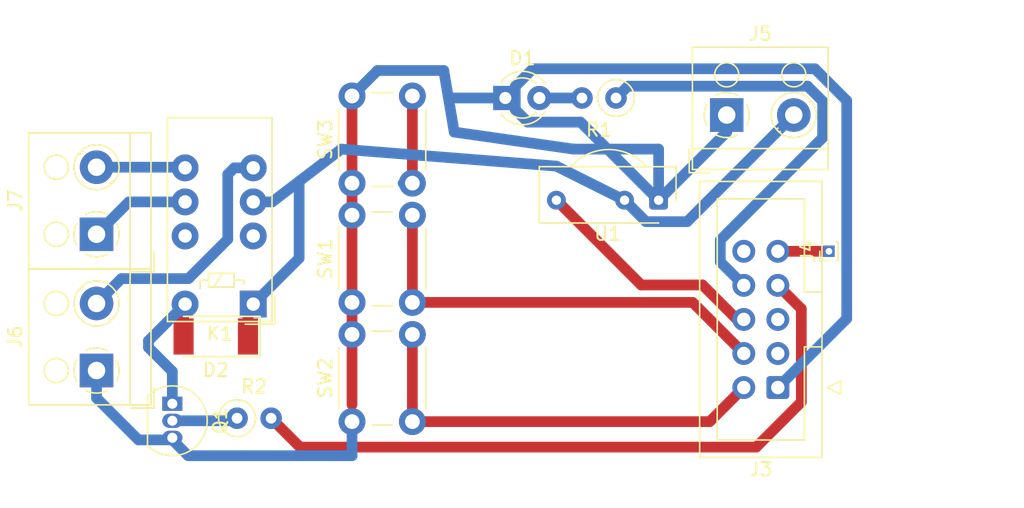
<source format=kicad_pcb>
(kicad_pcb (version 20211014) (generator pcbnew)
  (layers (0 "F.Cu" signal) (31 "B.Cu" signal) (34 "B.Paste" user) (35 "F.Paste" user) (36 "B.SilkS" user "B.Silkscreen") (37 "F.SilkS" user "F.Silkscreen") (38 "B.Mask" user) (39 "F.Mask" user) (44 "Edge.Cuts" user))
  (net 0 "")
  (net 1 "Net-(D1-Pad2)")
  (net 2 "+5V")
  (net 3 "GND")
  (net 4 "Net-(Q1-Pad2)")
  (net 5 "Net-(D2-Pad2)")
  (net 6 "/GPIO22")
  (net 7 "/GPIO27")
  (net 8 "/GPIO18")
  (net 9 "/GPIO15")
  (net 10 "/GPIO9")
  (net 11 "/GPIO23")
  (net 12 "/GPIO17")
  (net 13 "Net-(J6-Pad2)")
  (net 14 "Net-(J7-Pad2)")
  (net 15 "Net-(J7-Pad1)")
  (net 16 "Net-(K1-Pad10)")
  (footprint "Diode_SMD:D_MELF" (layer "F.Cu") (at 115.57 92.71 180)
    (fp_text reference "D2" (at 0 -2.5) (layer "F.SilkS"))
    (fp_text value "1N4004")
    (fp_line (start 2.4 -1.5) (end -3.3 -1.5) (layer "F.SilkS") (width 0.12))
    (fp_line (start -3.3 1.5) (end 2.4 1.5) (layer "F.SilkS") (width 0.12))
    (fp_line (start -3.3 -1.5) (end -3.3 1.5) (layer "F.SilkS") (width 0.12))
    (pad "1" smd rect locked (at -2.4 0 180) (size 1.5 2.7) (layers "F.Cu" "F.Paste" "F.Mask") (net 2 "+5V"))
    (pad "2" smd rect locked (at 2.4 0 180) (size 1.5 2.7) (layers "F.Cu" "F.Paste" "F.Mask") (net 5 "Net-(D2-Pad2)"))
  )
  (footprint "Connector_IDC:IDC-Header_2x05_P2.54mm_Vertical" (layer "F.Cu") (at 157.48 96.52 180)
    (fp_text reference "J3" (at 1.27 -6.1) (layer "F.SilkS"))
    (fp_text value "To_RPI_GPIO")
    (fp_line (start 4.52 -3.91) (end 4.52 14.07) (layer "F.SilkS") (width 0.12))
    (fp_line (start 5.83 15.37) (end -3.29 15.37) (layer "F.SilkS") (width 0.12))
    (fp_line (start -1.98 -3.91) (end 4.52 -3.91) (layer "F.SilkS") (width 0.12))
    (fp_line (start -3.29 15.37) (end -3.29 -5.21) (layer "F.SilkS") (width 0.12))
    (fp_line (start -3.29 -5.21) (end 5.83 -5.21) (layer "F.SilkS") (width 0.12))
    (fp_line (start -4.68 0.5) (end -3.68 0) (layer "F.SilkS") (width 0.12))
    (fp_line (start -3.68 0) (end -4.68 -0.5) (layer "F.SilkS") (width 0.12))
    (fp_line (start 5.83 -5.21) (end 5.83 15.37) (layer "F.SilkS") (width 0.12))
    (fp_line (start -1.98 14.07) (end -1.98 7.13) (layer "F.SilkS") (width 0.12))
    (fp_line (start -1.98 7.13) (end -3.29 7.13) (layer "F.SilkS") (width 0.12))
    (fp_line (start -4.68 -0.5) (end -4.68 0.5) (layer "F.SilkS") (width 0.12))
    (fp_line (start -1.98 7.13) (end -1.98 7.13) (layer "F.SilkS") (width 0.12))
    (fp_line (start -3.29 3.03) (end -1.98 3.03) (layer "F.SilkS") (width 0.12))
    (fp_line (start 4.52 14.07) (end -1.98 14.07) (layer "F.SilkS") (width 0.12))
    (fp_line (start -1.98 3.03) (end -1.98 -3.91) (layer "F.SilkS") (width 0.12))
    (pad "1" thru_hole roundrect locked (at 0 0 180) (size 1.7 1.7) (drill 1) (layers *.Cu *.Mask) (roundrect_rratio 0.147059) (net 3 "GND"))
    (pad "2" thru_hole circle locked (at 2.54 0 180) (size 1.7 1.7) (drill 1) (layers *.Cu *.Mask) (net 9 "/GPIO15"))
    (pad "3" thru_hole circle locked (at 0 2.54 180) (size 1.7 1.7) (drill 1) (layers *.Cu *.Mask) (net 12 "/GPIO17"))
    (pad "4" thru_hole circle locked (at 2.54 2.54 180) (size 1.7 1.7) (drill 1) (layers *.Cu *.Mask) (net 8 "/GPIO18"))
    (pad "5" thru_hole circle locked (at 0 5.08 180) (size 1.7 1.7) (drill 1) (layers *.Cu *.Mask))
    (pad "6" thru_hole circle locked (at 2.54 5.08 180) (size 1.7 1.7) (drill 1) (layers *.Cu *.Mask) (net 7 "/GPIO27"))
    (pad "7" thru_hole circle locked (at 0 7.62 180) (size 1.7 1.7) (drill 1) (layers *.Cu *.Mask) (net 11 "/GPIO23"))
    (pad "8" thru_hole circle locked (at 2.54 7.62 180) (size 1.7 1.7) (drill 1) (layers *.Cu *.Mask) (net 6 "/GPIO22"))
    (pad "9" thru_hole circle locked (at 0 10.16 180) (size 1.7 1.7) (drill 1) (layers *.Cu *.Mask) (net 10 "/GPIO9"))
    (pad "10" thru_hole circle locked (at 2.54 10.16 180) (size 1.7 1.7) (drill 1) (layers *.Cu *.Mask))
  )
  (footprint "TerminalBlock_RND:TerminalBlock_RND_205-00001_1x02_P5.00mm_Horizontal" (layer "F.Cu") (at 106.68 85.09 90)
    (fp_text reference "J7" (at 2.5 -6.06 90) (layer "F.SilkS"))
    (fp_text value "220_IN_OUT")
    (fp_line (start 3.99 1.216) (end 3.931 1.274) (layer "F.SilkS") (width 0.12))
    (fp_line (start -2.8 2.56) (end -2.8 4.3) (layer "F.SilkS") (width 0.12))
    (fp_line (start 3.82 0.976) (end 3.726 1.069) (layer "F.SilkS") (width 0.12))
    (fp_line (start -2.56 4.06) (end 7.56 4.06) (layer "F.SilkS") (width 0.12))
    (fp_line (start 6.07 -1.275) (end 6.011 -1.216) (layer "F.SilkS") (width 0.12))
    (fp_line (start -2.56 -5.06) (end 7.56 -5.06) (layer "F.SilkS") (width 0.12))
    (fp_line (start -2.56 2.5) (end 7.56 2.5) (layer "F.SilkS") (width 0.12))
    (fp_line (start 7.56 -5.06) (end 7.56 4.06) (layer "F.SilkS") (width 0.12))
    (fp_line (start -2.56 -5.06) (end -2.56 4.06) (layer "F.SilkS") (width 0.12))
    (fp_line (start 6.275 -1.069) (end 6.181 -0.976) (layer "F.SilkS") (width 0.12))
    (fp_line (start -2.8 4.3) (end -1.3 4.3) (layer "F.SilkS") (width 0.12))
    (fp_arc (start -1.483953 0.789089) (mid -1.680708 0.00005) (end -1.484 -0.789) (layer "F.SilkS") (width 0.12))
    (fp_arc (start 1.483953 -0.789089) (mid 1.680708 -0.00005) (end 1.484 0.789) (layer "F.SilkS") (width 0.12))
    (fp_arc (start 0.029383 1.68045) (mid -0.392304 1.634281) (end -0.789 1.484) (layer "F.SilkS") (width 0.12))
    (fp_arc (start 0.788712 1.483352) (mid 0.406429 1.630097) (end 0 1.68) (layer "F.SilkS") (width 0.12))
    (fp_arc (start -0.789089 -1.483953) (mid -0.00005 -1.680708) (end 0.789 -1.484) (layer "F.SilkS") (width 0.12))
    (fp_circle (center 5 0) (end 6.68 0) (layer "F.SilkS") (width 0.12) (fill none))
    (fp_circle (center 0 -3) (end 0.9 -3) (layer "F.SilkS") (width 0.12) (fill none))
    (fp_circle (center 5 -3) (end 5.9 -3) (layer "F.SilkS") (width 0.12) (fill none))
    (pad "1" thru_hole rect locked (at 0 0 90) (size 2.5 2.5) (drill 1.3) (layers *.Cu *.Mask) (net 15 "Net-(J7-Pad1)"))
    (pad "2" thru_hole circle locked (at 5 0 90) (size 2.5 2.5) (drill 1.3) (layers *.Cu *.Mask) (net 14 "Net-(J7-Pad2)"))
  )
  (footprint "Relay_THT:Relay_DPDT_Omron_G6S-2" (layer "F.Cu") (at 118.364 90.297 180)
    (fp_text reference "K1" (at 2.5 -2.2) (layer "F.SilkS"))
    (fp_text value "G6S-2")
    (fp_line (start 3.327 1.27) (end 3.327 2.286) (layer "F.SilkS") (width 0.12))
    (fp_line (start -1.6 0.6) (end -1.6 -1.5) (layer "F.SilkS") (width 0.12))
    (fp_line (start 1.422 1.27) (end 1.422 2.286) (layer "F.SilkS") (width 0.12))
    (fp_line (start 6.4 -1.3) (end 6.4 13.9) (layer "F.SilkS") (width 0.12))
    (fp_line (start 3.962 1.143) (end 3.962 1.778) (layer "F.SilkS") (width 0.12))
    (fp_line (start 2.946 1.27) (end 2.311 2.286) (layer "F.SilkS") (width 0.12))
    (fp_line (start 0.7 1.5) (end 0.7 1.778) (layer "F.SilkS") (width 0.12))
    (fp_line (start -1.6 -1.5) (end 0.6 -1.5) (layer "F.SilkS") (width 0.12))
    (fp_line (start -1.4 13.9) (end -1.4 -1.3) (layer "F.SilkS") (width 0.12))
    (fp_line (start 1.422 2.286) (end 3.327 2.286) (layer "F.SilkS") (width 0.12))
    (fp_line (start 3.962 1.778) (end 3.327 1.778) (layer "F.SilkS") (width 0.12))
    (fp_line (start -1.4 -1.3) (end 6.4 -1.3) (layer "F.SilkS") (width 0.12))
    (fp_line (start 3.327 1.27) (end 1.422 1.27) (layer "F.SilkS") (width 0.12))
    (fp_line (start 6.4 13.9) (end -1.4 13.9) (layer "F.SilkS") (width 0.12))
    (fp_line (start 0.7 1.778) (end 1.422 1.778) (layer "F.SilkS") (width 0.12))
    (pad "1" thru_hole rect locked (at 0 0 180) (size 2 2) (drill 1) (layers *.Cu *.Mask) (net 2 "+5V"))
    (pad "3" thru_hole circle locked (at 0 5.08 180) (size 2 2) (drill 1) (layers *.Cu *.Mask))
    (pad "4" thru_hole circle locked (at 0 7.62 90) (size 2 2) (drill 1) (layers *.Cu *.Mask) (net 2 "+5V"))
    (pad "5" thru_hole circle locked (at 0 10.16 180) (size 2 2) (drill 1) (layers *.Cu *.Mask) (net 13 "Net-(J6-Pad2)"))
    (pad "8" thru_hole circle locked (at 5.08 10.16 180) (size 2 2) (drill 1) (layers *.Cu *.Mask) (net 14 "Net-(J7-Pad2)"))
    (pad "9" thru_hole circle locked (at 5.08 7.62 90) (size 2 2) (drill 1) (layers *.Cu *.Mask) (net 15 "Net-(J7-Pad1)"))
    (pad "10" thru_hole circle locked (at 5.08 5.08 180) (size 2 2) (drill 1) (layers *.Cu *.Mask))
    (pad "12" thru_hole circle locked (at 5.08 0 180) (size 2 2) (drill 1) (layers *.Cu *.Mask) (net 5 "Net-(D2-Pad2)"))
  )
  (footprint "Package_TO_SOT_THT:TO-92_Inline" (layer "F.Cu") (at 112.3315 97.7265 -90)
    (fp_text reference "Q1" (at 1.27 -3.56 90) (layer "F.SilkS"))
    (fp_text value "BC547")
    (fp_line (start -0.53 1.85) (end 3.07 1.85) (layer "F.SilkS") (width 0.12))
    (fp_arc (start 1.27 -2.6) (mid 3.672087 -0.994977) (end 3.108478 1.838478) (layer "F.SilkS") (width 0.12))
    (fp_arc (start -0.568478 1.838478) (mid -1.132087 -0.994977) (end 1.27 -2.6) (layer "F.SilkS") (width 0.12))
    (pad "1" thru_hole rect locked (at 0 0 270) (size 1.05 1.5) (drill 0.75) (layers *.Cu *.Mask) (net 5 "Net-(D2-Pad2)"))
    (pad "2" thru_hole oval locked (at 1.27 0 270) (size 1.05 1.5) (drill 0.75) (layers *.Cu *.Mask) (net 4 "Net-(Q1-Pad2)"))
    (pad "3" thru_hole oval locked (at 2.54 0 270) (size 1.05 1.5) (drill 0.75) (layers *.Cu *.Mask) (net 3 "GND"))
  )
  (footprint "Button_Switch_THT:SW_PUSH_6mm" (layer "F.Cu") (at 125.73 90.17 90)
    (fp_text reference "SW1" (at 3.25 -2 90) (layer "F.SilkS"))
    (fp_text value "Volume_UP")
    (fp_line (start 1 5.5) (end 5.5 5.5) (layer "F.SilkS") (width 0.12))
    (fp_line (start 6.75 3) (end 6.75 1.5) (layer "F.SilkS") (width 0.12))
    (fp_line (start -0.25 1.5) (end -0.25 3) (layer "F.SilkS") (width 0.12))
    (fp_line (start 5.5 -1) (end 1 -1) (layer "F.SilkS") (width 0.12))
    (pad "1" thru_hole circle locked (at 0 0 180) (size 2 2) (drill 1.1) (layers *.Cu *.Mask) (net 3 "GND"))
    (pad "1" thru_hole circle locked (at 6.5 0 180) (size 2 2) (drill 1.1) (layers *.Cu *.Mask) (net 3 "GND"))
    (pad "2" thru_hole circle locked (at 6.5 4.5 180) (size 2 2) (drill 1.1) (layers *.Cu *.Mask) (net 8 "/GPIO18"))
    (pad "2" thru_hole circle locked (at 0 4.5 180) (size 2 2) (drill 1.1) (layers *.Cu *.Mask) (net 8 "/GPIO18"))
  )
  (footprint "Button_Switch_THT:SW_PUSH_6mm_H5mm" (layer "F.Cu") (at 125.73 99.06 90)
    (fp_text reference "SW2" (at 3.25 -2 90) (layer "F.SilkS"))
    (fp_text value "Volume_DOWN")
    (fp_line (start 1 5.5) (end 5.5 5.5) (layer "F.SilkS") (width 0.12))
    (fp_line (start 5.5 -1) (end 1 -1) (layer "F.SilkS") (width 0.12))
    (fp_line (start 6.75 3) (end 6.75 1.5) (layer "F.SilkS") (width 0.12))
    (fp_line (start -0.25 1.5) (end -0.25 3) (layer "F.SilkS") (width 0.12))
    (pad "1" thru_hole circle locked (at 0 0 180) (size 2 2) (drill 1.1) (layers *.Cu *.Mask) (net 3 "GND"))
    (pad "1" thru_hole circle locked (at 6.5 0 180) (size 2 2) (drill 1.1) (layers *.Cu *.Mask) (net 3 "GND"))
    (pad "2" thru_hole circle locked (at 6.5 4.5 180) (size 2 2) (drill 1.1) (layers *.Cu *.Mask) (net 9 "/GPIO15"))
    (pad "2" thru_hole circle locked (at 0 4.5 180) (size 2 2) (drill 1.1) (layers *.Cu *.Mask) (net 9 "/GPIO15"))
  )
  (footprint "Button_Switch_THT:SW_PUSH_6mm_H5mm" (layer "F.Cu") (at 125.73 81.28 90)
    (fp_text reference "SW3" (at 3.25 -2 90) (layer "F.SilkS"))
    (fp_text value "Select_output_spk_phn")
    (fp_line (start 1 5.5) (end 5.5 5.5) (layer "F.SilkS") (width 0.12))
    (fp_line (start 6.75 3) (end 6.75 1.5) (layer "F.SilkS") (width 0.12))
    (fp_line (start 5.5 -1) (end 1 -1) (layer "F.SilkS") (width 0.12))
    (fp_line (start -0.25 1.5) (end -0.25 3) (layer "F.SilkS") (width 0.12))
    (pad "1" thru_hole circle locked (at 6.5 0 180) (size 2 2) (drill 1.1) (layers *.Cu *.Mask) (net 3 "GND"))
    (pad "1" thru_hole circle locked (at 0 0 180) (size 2 2) (drill 1.1) (layers *.Cu *.Mask) (net 3 "GND"))
    (pad "2" thru_hole circle locked (at 0 4.5 180) (size 2 2) (drill 1.1) (layers *.Cu *.Mask) (net 12 "/GPIO17"))
    (pad "2" thru_hole circle locked (at 6.5 4.5 180) (size 2 2) (drill 1.1) (layers *.Cu *.Mask) (net 12 "/GPIO17"))
  )
  (footprint "OptoDevice:Vishay_CAST-3Pin" (layer "F.Cu") (at 148.59 82.55 180)
    (fp_text reference "U1" (at 3.8 -2.5) (layer "F.SilkS"))
    (fp_text value "TSOP312xx")
    (fp_line (start 0.9 2.5) (end 6.6 2.5) (layer "F.SilkS") (width 0.12))
    (fp_line (start -1.3 0) (end -1.3 2.5) (layer "F.SilkS") (width 0.12))
    (fp_line (start 8.9 2.5) (end 8.9 -1.7) (layer "F.SilkS") (width 0.12))
    (fp_line (start 8.9 -1.7) (end 0 -1.7) (layer "F.SilkS") (width 0.12))
    (fp_line (start 6.5 2.5) (end 8.9 2.5) (layer "F.SilkS") (width 0.12))
    (fp_line (start -1.3 2.5) (end 0.9 2.5) (layer "F.SilkS") (width 0.12))
    (fp_arc (start 6.55 2.5) (mid 3.722825 3.776095) (end 0.893744 2.504232) (layer "F.SilkS") (width 0.12))
    (pad "1" thru_hole roundrect locked (at 0 0 180) (size 1.4 1.4) (drill 0.7) (layers *.Cu *.Mask) (roundrect_rratio 0.178) (net 3 "GND"))
    (pad "2" thru_hole circle locked (at 2.54 0 180) (size 1.4 1.4) (drill 0.7) (layers *.Cu *.Mask) (net 2 "+5V"))
    (pad "3" thru_hole circle locked (at 7.62 0 180) (size 1.4 1.4) (drill 0.7) (layers *.Cu *.Mask) (net 7 "/GPIO27"))
  )
  (footprint "Resistor_THT:R_Axial_DIN0207_L6.3mm_D2.5mm_P2.54mm_Vertical" (layer "F.Cu") (at 117.1575 98.806)
    (fp_text reference "R2" (at 1.27 -2.37) (layer "F.SilkS"))
    (fp_text value "1k")
    (fp_line (start 1.37 0) (end 1.44 0) (layer "F.SilkS") (width 0.12))
    (fp_circle (center 0 0) (end 1.37 0) (layer "F.SilkS") (width 0.12) (fill none))
    (pad "1" thru_hole circle locked (at 0 0) (size 1.6 1.6) (drill 0.8) (layers *.Cu *.Mask) (net 4 "Net-(Q1-Pad2)"))
    (pad "2" thru_hole oval locked (at 2.54 0) (size 1.6 1.6) (drill 0.8) (layers *.Cu *.Mask) (net 11 "/GPIO23"))
  )
  (footprint "Resistor_THT:R_Axial_DIN0207_L6.3mm_D2.5mm_P2.54mm_Vertical" (layer "F.Cu") (at 145.415 74.93 180)
    (fp_text reference "R1" (at 1.27 -2.37) (layer "F.SilkS"))
    (fp_text value "12k")
    (fp_line (start 1.37 0) (end 1.44 0) (layer "F.SilkS") (width 0.12))
    (fp_circle (center 0 0) (end 1.37 0) (layer "F.SilkS") (width 0.12) (fill none))
    (pad "1" thru_hole circle locked (at 0 0 180) (size 1.6 1.6) (drill 0.8) (layers *.Cu *.Mask) (net 6 "/GPIO22"))
    (pad "2" thru_hole oval locked (at 2.54 0 180) (size 1.6 1.6) (drill 0.8) (layers *.Cu *.Mask) (net 1 "Net-(D1-Pad2)"))
  )
  (footprint "LED_THT:LED_D3.0mm" (layer "F.Cu") (at 137.16 74.93)
    (fp_text reference "D1" (at 1.27 -2.96) (layer "F.SilkS"))
    (fp_text value "Power_Ind")
    (fp_line (start -0.29 1.08) (end -0.29 1.236) (layer "F.SilkS") (width 0.12))
    (fp_line (start -0.29 -1.236) (end -0.29 -1.08) (layer "F.SilkS") (width 0.12))
    (fp_arc (start -0.29 -1.235516) (mid 1.366487 -1.987659) (end 2.942335 -1.078608) (layer "F.SilkS") (width 0.12))
    (fp_arc (start 2.31113 1.079837) (mid 1.270117 1.5) (end 0.229039 1.08) (layer "F.SilkS") (width 0.12))
    (fp_arc (start 2.942335 1.078608) (mid 1.366487 1.987659) (end -0.29 1.235516) (layer "F.SilkS") (width 0.12))
    (fp_arc (start 0.229039 -1.08) (mid 1.270117 -1.5) (end 2.31113 -1.079837) (layer "F.SilkS") (width 0.12))
    (pad "1" thru_hole rect locked (at 0 0) (size 1.8 1.8) (drill 0.9) (layers *.Cu *.Mask) (net 3 "GND"))
    (pad "2" thru_hole circle locked (at 2.54 0) (size 1.8 1.8) (drill 0.9) (layers *.Cu *.Mask) (net 1 "Net-(D1-Pad2)"))
  )
  (footprint "Connector_PinHeader_1.00mm:PinHeader_1x01_P1.00mm_Vertical" (layer "F.Cu") (at 161.29 86.36 90)
    (fp_text reference "J4" (at 0 -1.56 90) (layer "F.SilkS"))
    (fp_text value "GPIO_To_Selector_Brd")
    (fp_line (start -0.695 -0.685) (end 0 -0.685) (layer "F.SilkS") (width 0.12))
    (fp_line (start 0.695 0.685) (end 0.695 0.56) (layer "F.SilkS") (width 0.12))
    (fp_line (start -0.695 0.685) (end 0.695 0.685) (layer "F.SilkS") (width 0.12))
    (fp_line (start 0.608276 0.685) (end 0.695 0.685) (layer "F.SilkS") (width 0.12))
    (fp_line (start -0.695 0.685) (end -0.608276 0.685) (layer "F.SilkS") (width 0.12))
    (fp_line (start -0.695 0.685) (end -0.695 0.56) (layer "F.SilkS") (width 0.12))
    (fp_line (start -0.695 0) (end -0.695 -0.685) (layer "F.SilkS") (width 0.12))
    (pad "1" thru_hole rect locked (at 0 0 90) (size 0.85 0.85) (drill 0.5) (layers *.Cu *.Mask) (net 10 "/GPIO9"))
  )
  (footprint "TerminalBlock_RND:TerminalBlock_RND_205-00001_1x02_P5.00mm_Horizontal" (layer "F.Cu") (at 106.68 95.25 90)
    (fp_text reference "J6" (at 2.5 -6.06 90) (layer "F.SilkS"))
    (fp_text value "POWER_To_Selector_Brd")
    (fp_line (start 6.275 -1.069) (end 6.181 -0.976) (layer "F.SilkS") (width 0.12))
    (fp_line (start 3.99 1.216) (end 3.931 1.274) (layer "F.SilkS") (width 0.12))
    (fp_line (start -2.56 4.06) (end 7.56 4.06) (layer "F.SilkS") (width 0.12))
    (fp_line (start 7.56 -5.06) (end 7.56 4.06) (layer "F.SilkS") (width 0.12))
    (fp_line (start 3.82 0.976) (end 3.726 1.069) (layer "F.SilkS") (width 0.12))
    (fp_line (start -2.56 -5.06) (end -2.56 4.06) (layer "F.SilkS") (width 0.12))
    (fp_line (start 6.07 -1.275) (end 6.011 -1.216) (layer "F.SilkS") (width 0.12))
    (fp_line (start -2.56 2.5) (end 7.56 2.5) (layer "F.SilkS") (width 0.12))
    (fp_line (start -2.8 2.56) (end -2.8 4.3) (layer "F.SilkS") (width 0.12))
    (fp_line (start -2.56 -5.06) (end 7.56 -5.06) (layer "F.SilkS") (width 0.12))
    (fp_line (start -2.8 4.3) (end -1.3 4.3) (layer "F.SilkS") (width 0.12))
    (fp_arc (start -1.483953 0.789089) (mid -1.680708 0.00005) (end -1.484 -0.789) (layer "F.SilkS") (width 0.12))
    (fp_arc (start 1.483953 -0.789089) (mid 1.680708 -0.00005) (end 1.484 0.789) (layer "F.SilkS") (width 0.12))
    (fp_arc (start 0.029383 1.68045) (mid -0.392304 1.634281) (end -0.789 1.484) (layer "F.SilkS") (width 0.12))
    (fp_arc (start -0.789089 -1.483953) (mid -0.00005 -1.680708) (end 0.789 -1.484) (layer "F.SilkS") (width 0.12))
    (fp_arc (start 0.788712 1.483352) (mid 0.406429 1.630097) (end 0 1.68) (layer "F.SilkS") (width 0.12))
    (fp_circle (center 5 -3) (end 5.9 -3) (layer "F.SilkS") (width 0.12) (fill none))
    (fp_circle (center 5 0) (end 6.68 0) (layer "F.SilkS") (width 0.12) (fill none))
    (fp_circle (center 0 -3) (end 0.9 -3) (layer "F.SilkS") (width 0.12) (fill none))
    (pad "1" thru_hole rect locked (at 0 0 90) (size 2.5 2.5) (drill 1.3) (layers *.Cu *.Mask) (net 3 "GND"))
    (pad "2" thru_hole circle locked (at 5 0 90) (size 2.5 2.5) (drill 1.3) (layers *.Cu *.Mask) (net 13 "Net-(J6-Pad2)"))
  )
  (footprint "TerminalBlock_RND:TerminalBlock_RND_205-00001_1x02_P5.00mm_Horizontal" (layer "F.Cu") (at 153.67 76.2)
    (fp_text reference "J5" (at 2.5 -6.06) (layer "F.SilkS"))
    (fp_text value "POWER_From_RPI")
    (fp_line (start 7.56 -5.06) (end 7.56 4.06) (layer "F.SilkS") (width 0.12))
    (fp_line (start -2.56 2.5) (end 7.56 2.5) (layer "F.SilkS") (width 0.12))
    (fp_line (start -2.56 -5.06) (end -2.56 4.06) (layer "F.SilkS") (width 0.12))
    (fp_line (start -2.56 -5.06) (end 7.56 -5.06) (layer "F.SilkS") (width 0.12))
    (fp_line (start -2.8 4.3) (end -1.3 4.3) (layer "F.SilkS") (width 0.12))
    (fp_line (start -2.8 2.56) (end -2.8 4.3) (layer "F.SilkS") (width 0.12))
    (fp_line (start 6.07 -1.275) (end 6.011 -1.216) (layer "F.SilkS") (width 0.12))
    (fp_line (start 6.275 -1.069) (end 6.181 -0.976) (layer "F.SilkS") (width 0.12))
    (fp_line (start 3.99 1.216) (end 3.931 1.274) (layer "F.SilkS") (width 0.12))
    (fp_line (start 3.82 0.976) (end 3.726 1.069) (layer "F.SilkS") (width 0.12))
    (fp_line (start -2.56 4.06) (end 7.56 4.06) (layer "F.SilkS") (width 0.12))
    (fp_arc (start 1.483953 -0.789089) (mid 1.680708 -0.00005) (end 1.484 0.789) (layer "F.SilkS") (width 0.12))
    (fp_arc (start -1.483953 0.789089) (mid -1.680708 0.00005) (end -1.484 -0.789) (layer "F.SilkS") (width 0.12))
    (fp_arc (start 0.788712 1.483352) (mid 0.406429 1.630097) (end 0 1.68) (layer "F.SilkS") (width 0.12))
    (fp_arc (start -0.789089 -1.483953) (mid -0.00005 -1.680708) (end 0.789 -1.484) (layer "F.SilkS") (width 0.12))
    (fp_arc (start 0.029383 1.68045) (mid -0.392304 1.634281) (end -0.789 1.484) (layer "F.SilkS") (width 0.12))
    (fp_circle (center 5 0) (end 6.68 0) (layer "F.SilkS") (width 0.12) (fill none))
    (fp_circle (center 5 -3) (end 5.9 -3) (layer "F.SilkS") (width 0.12) (fill none))
    (fp_circle (center 0 -3) (end 0.9 -3) (layer "F.SilkS") (width 0.12) (fill none))
    (pad "1" thru_hole rect locked (at 0 0) (size 2.5 2.5) (drill 1.3) (layers *.Cu *.Mask) (net 3 "GND"))
    (pad "2" thru_hole circle locked (at 5 0) (size 2.5 2.5) (drill 1.3) (layers *.Cu *.Mask) (net 2 "+5V"))
  )
  (segment (start 142.875 74.93) (end 139.7 74.93) (width 0.8) (layer "B.Cu") (net 1))
  (segment (start 117.97 92.71) (end 117.97 90.691) (width 0.8) (layer "F.Cu") (net 2))
  (segment (start 117.97 90.691) (end 118.364 90.297) (width 0.8) (layer "F.Cu") (net 2))
  (segment (start 147.65001 84.15001) (end 146.05 82.55) (width 0.8) (layer "B.Cu") (net 2))
  (segment (start 121.784136 86.876864) (end 121.784136 81.144136) (width 0.8) (layer "B.Cu") (net 2))
  (segment (start 118.364 82.677) (end 119.778213 82.677) (width 0.8) (layer "B.Cu") (net 2))
  (segment (start 121.784136 81.144136) (end 124.930212 78.74) (width 0.8) (layer "B.Cu") (net 2))
  (segment (start 124.930212 78.74) (end 140.97 80.01) (width 0.8) (layer "B.Cu") (net 2))
  (segment (start 119.778213 82.677) (end 121.784136 81.144136) (width 0.8) (layer "B.Cu") (net 2))
  (segment (start 140.97 80.01) (end 146.05 82.55) (width 0.8) (layer "B.Cu") (net 2))
  (segment (start 158.67 76.2) (end 150.71999 84.15001) (width 0.8) (layer "B.Cu") (net 2))
  (segment (start 118.364 90.297) (end 121.784136 86.876864) (width 0.8) (layer "B.Cu") (net 2))
  (segment (start 150.71999 84.15001) (end 147.65001 84.15001) (width 0.8) (layer "B.Cu") (net 2))
  (segment (start 125.73 97.79) (end 125.73 74.78) (width 0.8) (layer "F.Cu") (net 3))
  (segment (start 142.24 78.74) (end 148.59 78.74) (width 0.8) (layer "B.Cu") (net 3))
  (segment (start 160.240482 72.749989) (end 162.615001 75.124508) (width 0.8) (layer "B.Cu") (net 3))
  (segment (start 139.216009 72.749989) (end 160.240482 72.749989) (width 0.8) (layer "B.Cu") (net 3))
  (segment (start 109.80151 100.42151) (end 112.3315 100.42151) (width 0.8) (layer "B.Cu") (net 3))
  (segment (start 153.67 77.47) (end 148.59 82.55) (width 0.8) (layer "B.Cu") (net 3))
  (segment (start 138.835999 76.730001) (end 137.899999 75.794001) (width 0.8) (layer "B.Cu") (net 3))
  (segment (start 125.73 101.6) (end 113.50999 101.6) (width 0.8) (layer "B.Cu") (net 3))
  (segment (start 162.615001 75.124508) (end 162.615001 91.384999) (width 0.8) (layer "B.Cu") (net 3))
  (segment (start 137.16 74.93) (end 133.062652 74.93) (width 0.8) (layer "B.Cu") (net 3))
  (segment (start 132.888826 74.756174) (end 133.35 77.47) (width 0.8) (layer "B.Cu") (net 3))
  (segment (start 148.59 78.74) (end 148.59 82.55) (width 0.8) (layer "B.Cu") (net 3))
  (segment (start 148.59 82.55) (end 142.770001 76.730001) (width 0.8) (layer "B.Cu") (net 3))
  (segment (start 125.73 74.78) (end 127.630001 72.879999) (width 0.8) (layer "B.Cu") (net 3))
  (segment (start 133.35 77.47) (end 142.24 78.74) (width 0.8) (layer "B.Cu") (net 3))
  (segment (start 137.899999 75.794001) (end 137.899999 74.065999) (width 0.8) (layer "B.Cu") (net 3))
  (segment (start 106.68 97.3) (end 109.80151 100.42151) (width 0.8) (layer "B.Cu") (net 3))
  (segment (start 162.615001 91.384999) (end 157.48 96.52) (width 0.8) (layer "B.Cu") (net 3))
  (segment (start 125.73 101.6) (end 125.73 99.06) (width 0.8) (layer "B.Cu") (net 3))
  (segment (start 137.899999 74.065999) (end 139.216009 72.749989) (width 0.8) (layer "B.Cu") (net 3))
  (segment (start 142.770001 76.730001) (end 138.835999 76.730001) (width 0.8) (layer "B.Cu") (net 3))
  (segment (start 132.569999 72.879999) (end 132.888826 74.756174) (width 0.8) (layer "B.Cu") (net 3))
  (segment (start 133.062652 74.93) (end 132.888826 74.756174) (width 0.8) (layer "B.Cu") (net 3))
  (segment (start 106.68 95.25) (end 106.68 97.3) (width 0.8) (layer "B.Cu") (net 3))
  (segment (start 127.630001 72.879999) (end 132.569999 72.879999) (width 0.8) (layer "B.Cu") (net 3))
  (segment (start 113.50999 101.6) (end 112.3315 100.42151) (width 0.8) (layer "B.Cu") (net 3))
  (segment (start 153.67 76.2) (end 153.67 77.47) (width 0.8) (layer "B.Cu") (net 3))
  (segment (start 112.3315 98.9965) (end 116.967 98.9965) (width 0.8) (layer "B.Cu") (net 4))
  (segment (start 116.967 98.9965) (end 117.1575 98.806) (width 0.8) (layer "B.Cu") (net 4))
  (segment (start 113.17 92.71) (end 113.17 90.411) (width 0.8) (layer "F.Cu") (net 5))
  (segment (start 113.17 90.411) (end 113.284 90.297) (width 0.8) (layer "F.Cu") (net 5))
  (segment (start 110.5535 93.5355) (end 110.5535 93.0275) (width 0.8) (layer "B.Cu") (net 5))
  (segment (start 112.3315 95.3135) (end 110.5535 93.5355) (width 0.8) (layer "B.Cu") (net 5))
  (segment (start 110.5535 93.0275) (end 113.284 90.297) (width 0.8) (layer "B.Cu") (net 5))
  (segment (start 112.3315 97.7265) (end 112.3315 95.3135) (width 0.8) (layer "B.Cu") (net 5))
  (segment (start 145.415 74.93) (end 146.295001 74.049999) (width 0.8) (layer "B.Cu") (net 6))
  (segment (start 146.295001 74.049999) (end 159.702001 74.049999) (width 0.8) (layer "B.Cu") (net 6))
  (segment (start 160.820001 77.889997) (end 153.189999 85.519999) (width 0.8) (layer "B.Cu") (net 6))
  (segment (start 159.702001 74.049999) (end 160.820001 75.167999) (width 0.8) (layer "B.Cu") (net 6))
  (segment (start 160.820001 75.167999) (end 160.820001 77.889997) (width 0.8) (layer "B.Cu") (net 6))
  (segment (start 153.189999 87.149999) (end 154.94 88.9) (width 0.8) (layer "B.Cu") (net 6))
  (segment (start 153.189999 85.519999) (end 153.189999 87.149999) (width 0.8) (layer "B.Cu") (net 6))
  (segment (start 140.97 82.55) (end 147.28999 88.86999) (width 0.8) (layer "F.Cu") (net 7))
  (segment (start 154.434246 91.44) (end 154.94 91.44) (width 0.8) (layer "F.Cu") (net 7))
  (segment (start 147.28999 88.86999) (end 151.864236 88.86999) (width 0.8) (layer "F.Cu") (net 7))
  (segment (start 151.864236 88.86999) (end 154.434246 91.44) (width 0.8) (layer "F.Cu") (net 7))
  (segment (start 130.23 90.17) (end 130.23 83.67) (width 0.8) (layer "F.Cu") (net 8))
  (segment (start 151.13 90.17) (end 154.94 93.98) (width 0.8) (layer "F.Cu") (net 8))
  (segment (start 130.23 90.17) (end 151.13 90.17) (width 0.8) (layer "F.Cu") (net 8))
  (segment (start 130.23 90.17) (end 130.23 89.59) (width 0.8) (layer "B.Cu") (net 8))
  (segment (start 130.23 99.06) (end 130.23 92.56) (width 0.8) (layer "F.Cu") (net 9))
  (segment (start 152.4 99.06) (end 154.94 96.52) (width 0.8) (layer "F.Cu") (net 9))
  (segment (start 130.23 99.06) (end 152.4 99.06) (width 0.8) (layer "F.Cu") (net 9))
  (segment (start 157.48 86.36) (end 161.29 86.36) (width 0.8) (layer "F.Cu") (net 10))
  (segment (start 159.23001 97.596352) (end 155.866361 100.960001) (width 0.8) (layer "F.Cu") (net 11))
  (segment (start 157.48 88.9) (end 159.23001 90.65001) (width 0.8) (layer "F.Cu") (net 11))
  (segment (start 121.851501 100.960001) (end 119.6975 98.806) (width 0.8) (layer "F.Cu") (net 11))
  (segment (start 155.866361 100.960001) (end 121.851501 100.960001) (width 0.8) (layer "F.Cu") (net 11))
  (segment (start 159.23001 90.65001) (end 159.23001 97.596352) (width 0.8) (layer "F.Cu") (net 11))
  (segment (start 130.23 81.28) (end 130.23 74.78) (width 0.8) (layer "F.Cu") (net 12))
  (segment (start 130.23 81.28) (end 129.54 81.28) (width 0.8) (layer "B.Cu") (net 12))
  (segment (start 116.949787 80.137) (end 118.364 80.137) (width 0.8) (layer "B.Cu") (net 13))
  (segment (start 116.463999 80.622788) (end 116.949787 80.137) (width 0.8) (layer "B.Cu") (net 13))
  (segment (start 106.68 90.25) (end 108.533001 88.396999) (width 0.8) (layer "B.Cu") (net 13))
  (segment (start 113.533001 88.396999) (end 116.463999 85.466001) (width 0.8) (layer "B.Cu") (net 13))
  (segment (start 116.463999 85.466001) (end 116.463999 80.622788) (width 0.8) (layer "B.Cu") (net 13))
  (segment (start 108.533001 88.396999) (end 113.533001 88.396999) (width 0.8) (layer "B.Cu") (net 13))
  (segment (start 106.68 80.09) (end 113.237 80.09) (width 0.8) (layer "B.Cu") (net 14))
  (segment (start 113.237 80.09) (end 113.284 80.137) (width 0.8) (layer "B.Cu") (net 14))
  (segment (start 113.284 80.137) (end 113.020999 79.873999) (width 0.8) (layer "B.Cu") (net 14))
  (segment (start 106.68 85.09) (end 109.093 82.677) (width 0.8) (layer "B.Cu") (net 15))
  (segment (start 109.093 82.677) (end 113.284 82.677) (width 0.8) (layer "B.Cu") (net 15))
  (segment (start 113.284 85.217) (end 113.157 85.217) (width 0.8) (layer "B.Cu") (net 16))
)
</source>
